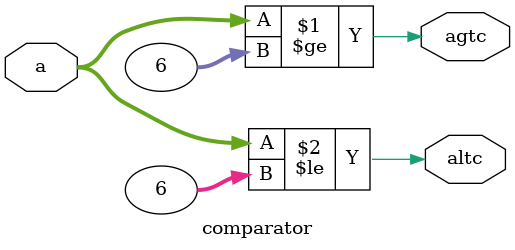
<source format=sv>
module comparator #(parameter N=8, parameter count=6)
	
		(input logic [N-1:0] a,
		output logic agtc,
		output logic altc);
	 
	 assign agtc = (a>=count);
	 assign altc = (a<=count);
	 
endmodule
</source>
